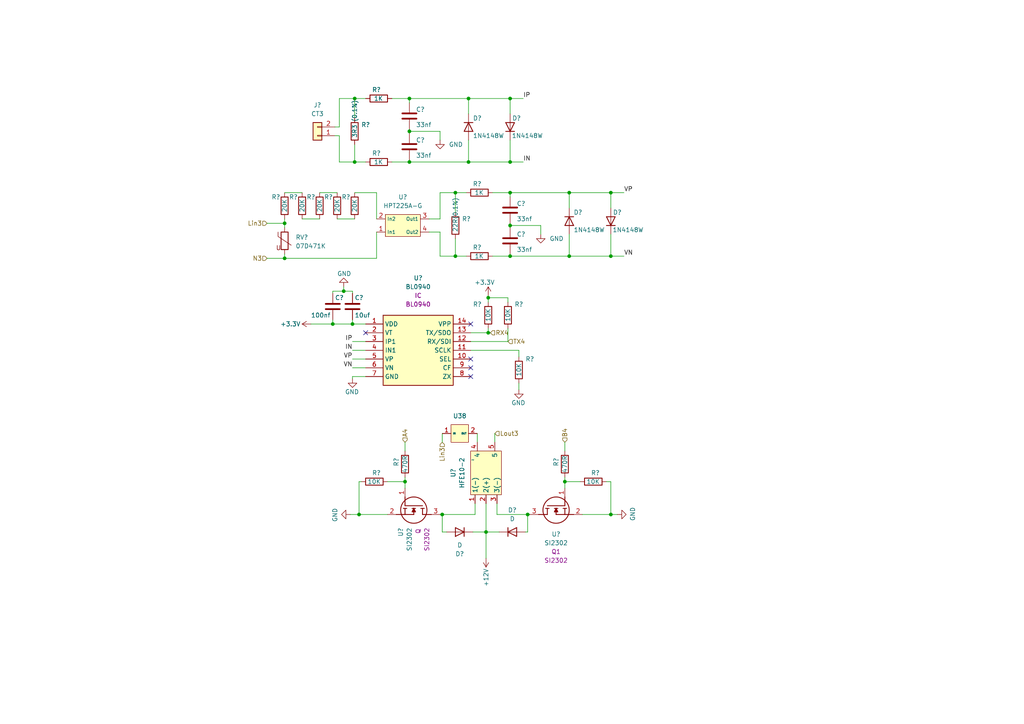
<source format=kicad_sch>
(kicad_sch (version 20231120) (generator "eeschema") (generator_version "8.0")
  (paper "A4")
  (lib_symbols
    (symbol "BL0940:BL0940"
      (property "Value" "BL0940" (at 0 0 0))
      (property "Reference_1" "IC" (at 26.67 7.62 0))
      (property "Value_1" "BL0940" (at 26.67 5.08 0))
      (symbol "BL0940_1_1"
        (rectangle (start 5.08 2.54) (end 25.4 -17.78) (stroke (width 0.254)) (fill (type background)))
        (pin passive line (at 0 0 0) (length 5.08) (name "VDD") (number "1"))
        (pin passive line (at 30.48 -10.16 180) (length 5.08) (name "SEL") (number "10"))
        (pin passive line (at 30.48 -7.62 180) (length 5.08) (name "SCLK") (number "11"))
        (pin passive line (at 30.48 -5.08 180) (length 5.08) (name "RX/SDI") (number "12"))
        (pin passive line (at 30.48 -2.54 180) (length 5.08) (name "TX/SDO") (number "13"))
        (pin passive line (at 30.48 0 180) (length 5.08) (name "VPP") (number "14"))
        (pin passive line (at 0 -2.54 0) (length 5.08) (name "VT") (number "2"))
        (pin passive line (at 0 -5.08 0) (length 5.08) (name "IP1") (number "3"))
        (pin passive line (at 0 -7.62 0) (length 5.08) (name "IN1") (number "4"))
        (pin passive line (at 0 -10.16 0) (length 5.08) (name "VP") (number "5"))
        (pin passive line (at 0 -12.7 0) (length 5.08) (name "VN") (number "6"))
        (pin passive line (at 0 -15.24 0) (length 5.08) (name "GND") (number "7"))
        (pin passive line (at 30.48 -15.24 180) (length 5.08) (name "ZX") (number "8"))
        (pin passive line (at 30.48 -12.7 180) (length 5.08) (name "CF") (number "9"))
      )
    )
    (symbol "Connector_Generic:Conn_01x02" (pin_names (offset 1.016) hide)
      (property "Reference" "J" (at 0 2.54 0))
      (property "Value" "Conn_01x02" (at 0 -5.08 0))
      (symbol "Conn_01x02_1_1"
        (rectangle (start -1.27 -2.413) (end 0 -2.667) (stroke (width 0.1524)))
        (rectangle (start -1.27 0.127) (end 0 -0.127) (stroke (width 0.1524)))
        (rectangle (start -1.27 1.27) (end 1.27 -3.81) (stroke (width 0.254)) (fill (type background)))
        (pin passive line (at -5.08 0 0) (length 3.81) (name "Pin_1") (number "1"))
        (pin passive line (at -5.08 -2.54 0) (length 3.81) (name "Pin_2") (number "2"))
      )
    )
    (symbol "Device:C" (pin_numbers hide) (pin_names (offset 0.254))
      (property "Reference" "C" (at 0.635 2.54 0))
      (property "Value" "C" (at 0.635 -2.54 0))
      (symbol "C_0_1"
        (polyline (pts (xy -2.032 -0.762) (xy 2.032 -0.762)) (stroke (width 0.508)))
        (polyline (pts (xy -2.032 0.762) (xy 2.032 0.762)) (stroke (width 0.508)))
      )
      (symbol "C_1_1"
        (pin passive line (at 0 3.81 270) (length 2.794) (name "~") (number "1"))
        (pin passive line (at 0 -3.81 90) (length 2.794) (name "~") (number "2"))
      )
    )
    (symbol "Device:D" (pin_numbers hide) (pin_names (offset 1.016) hide)
      (property "Reference" "D" (at 0 2.54 0))
      (property "Value" "D" (at 0 -2.54 0))
      (symbol "D_0_1"
        (polyline (pts (xy -1.27 1.27) (xy -1.27 -1.27)) (stroke (width 0.254)))
        (polyline (pts (xy 1.27 0) (xy -1.27 0)))
        (polyline (pts (xy 1.27 1.27) (xy 1.27 -1.27) (xy -1.27 0) (xy 1.27 1.27)) (stroke (width 0.254)))
      )
      (symbol "D_1_1"
        (pin passive line (at -3.81 0 0) (length 2.54) (name "K") (number "1"))
        (pin passive line (at 3.81 0 180) (length 2.54) (name "A") (number "2"))
      )
    )
    (symbol "Device:R" (pin_numbers hide) (pin_names (offset 0))
      (property "Reference" "R" (at 2.032 0 90))
      (property "Value" "R" (at 0 0 90))
      (symbol "R_0_1"
        (rectangle (start -1.016 -2.54) (end 1.016 2.54) (stroke (width 0.254)))
      )
      (symbol "R_1_1"
        (pin passive line (at 0 3.81 270) (length 1.27) (name "~") (number "1"))
        (pin passive line (at 0 -3.81 90) (length 1.27) (name "~") (number "2"))
      )
    )
    (symbol "Device:Varistor" (pin_numbers hide) (pin_names (offset 0))
      (property "Reference" "RV" (at 3.175 0 90))
      (property "Value" "Varistor" (at -3.175 0 90))
      (symbol "Varistor_0_0"
        (text "U" (at -1.778 -2.032 0) (effects (font (size 1.27 1.27))))
      )
      (symbol "Varistor_0_1"
        (rectangle (start -1.016 -2.54) (end 1.016 2.54) (stroke (width 0.254)))
        (polyline (pts (xy -1.905 2.54) (xy -1.905 1.27) (xy 1.905 -1.27)))
      )
      (symbol "Varistor_1_1"
        (pin passive line (at 0 3.81 270) (length 1.27) (name "~") (number "1"))
        (pin passive line (at 0 -3.81 90) (length 1.27) (name "~") (number "2"))
      )
    )
    (symbol "HFE10-2:HFE10-2"
      (property "Reference" "U" (at 0 0 0))
      (property "Value" "HFE10-2" (at 0 -2.54 0))
      (symbol "HFE10-2_0_1"
        (rectangle (start -6.35 11.43) (end 6.35 2.54) (fill (type background)))
      )
      (symbol "HFE10-2_1_1"
        (pin input line (at -8.89 10.16 0) (length 2.54) (name "1(-)") (number "1"))
        (pin input line (at -8.89 6.985 0) (length 2.54) (name "2(+)") (number "2"))
        (pin input line (at -8.89 3.81 0) (length 2.54) (name "3(-)") (number "3"))
        (pin output line (at 8.89 9.525 180) (length 2.54) (name "4") (number "4"))
        (pin output line (at 8.89 4.445 180) (length 2.54) (name "5") (number "5"))
      )
    )
    (symbol "HPT225A-G:HPT225A-G"
      (property "Reference" "U?" (at 0 -5.08 0))
      (property "Value" "HPT225A-G" (at 0 -2.54 0))
      (symbol "HPT225A-G_0_1"
        (rectangle (start -5.08 6.35) (end 5.08 0) (fill (type background)))
      )
      (symbol "HPT225A-G_1_1"
        (pin bidirectional line (at -7.62 1.27 0) (length 2.54) (name "In1") (number "1"))
        (pin bidirectional line (at -7.62 5.08 0) (length 2.54) (name "In2") (number "2"))
        (pin bidirectional line (at 7.62 5.08 180) (length 2.54) (name "Out1") (number "3"))
        (pin bidirectional line (at 7.62 1.27 180) (length 2.54) (name "Out2") (number "4"))
      )
    )
    (symbol "SI2302:SI2302" (pin_names hide)
      (property "Value" "SI2302" (at 0 0 0))
      (property "Reference_1" "Q" (at 11.43 3.81 0))
      (property "Value_1" "SI2302" (at 11.43 1.27 0))
      (symbol "SI2302_1_1"
        (polyline (pts (xy 2.54 0) (xy 5.08 0)) (stroke (width 0.254)))
        (polyline (pts (xy 5.08 5.08) (xy 5.08 0)) (stroke (width 0.254)))
        (polyline (pts (xy 5.842 -0.508) (xy 5.842 0.508)) (stroke (width 0.254)))
        (polyline (pts (xy 5.842 0) (xy 7.62 0)) (stroke (width 0.254)))
        (polyline (pts (xy 5.842 2.032) (xy 5.842 3.048)) (stroke (width 0.254)))
        (polyline (pts (xy 5.842 5.588) (xy 5.842 4.572)) (stroke (width 0.254)))
        (polyline (pts (xy 7.62 2.54) (xy 5.842 2.54)) (stroke (width 0.254)))
        (polyline (pts (xy 7.62 2.54) (xy 7.62 -2.54)) (stroke (width 0.254)))
        (polyline (pts (xy 7.62 5.08) (xy 5.842 5.08)) (stroke (width 0.254)))
        (polyline (pts (xy 7.62 5.08) (xy 7.62 7.62)) (stroke (width 0.254)))
        (polyline (pts (xy 5.842 2.54) (xy 6.858 3.048) (xy 6.858 2.032) (xy 5.842 2.54)) (stroke (width 0.254)) (fill (type outline)))
        (circle (center 6.35 2.54) (radius 3.81) (stroke (width 0.254)))
        (pin passive line (at 0 0 0) (length 2.54) (name "G") (number "1"))
        (pin passive line (at 7.62 -5.08 90) (length 2.54) (name "S") (number "2"))
        (pin passive line (at 7.62 10.16 270) (length 2.54) (name "D") (number "3"))
      )
    )
    (symbol "ZHT102W-TM:ZHT102W-TM"
      (property "Reference" "U?" (at 0 -2.54 0))
      (symbol "ZHT102W-TM_1_1"
        (rectangle (start -2.54 5.08) (end 2.54 0) (fill (type background)))
        (pin input line (at -5.08 2.54 0) (length 2.54) (name "IN") (number "1"))
        (pin output line (at 5.08 2.54 180) (length 2.54) (name "OUT") (number "2"))
      )
    )
    (symbol "power:+12V" (power) (pin_names (offset 0))
      (property "Value" "+12V" (at 0 3.556 0))
      (symbol "+12V_0_1"
        (polyline (pts (xy -0.762 1.27) (xy 0 2.54)))
        (polyline (pts (xy 0 0) (xy 0 2.54)))
        (polyline (pts (xy 0 2.54) (xy 0.762 1.27)))
      )
      (symbol "+12V_1_1"
        (pin power_in line (at 0 0 90) (length 0) hide (name "+12V") (number "1"))
      )
    )
    (symbol "power:+3.3V" (power) (pin_names (offset 0))
      (property "Value" "+3.3V" (at 0 3.556 0))
      (symbol "+3.3V_0_1"
        (polyline (pts (xy -0.762 1.27) (xy 0 2.54)))
        (polyline (pts (xy 0 0) (xy 0 2.54)))
        (polyline (pts (xy 0 2.54) (xy 0.762 1.27)))
      )
      (symbol "+3.3V_1_1"
        (pin power_in line (at 0 0 90) (length 0) hide (name "+3.3V") (number "1"))
      )
    )
    (symbol "power:GND" (power) (pin_names (offset 0))
      (property "Value" "GND" (at 0 -3.81 0))
      (symbol "GND_0_1"
        (polyline (pts (xy 0 0) (xy 0 -1.27) (xy 1.27 -1.27) (xy 0 -2.54) (xy -1.27 -1.27) (xy 0 -1.27)))
      )
      (symbol "GND_1_1"
        (pin power_in line (at 0 0 270) (length 0) hide (name "GND") (number "1"))
      )
    )
  )
  (junction (at 153.035 149.225))
  (junction (at 163.83 139.7))
  (junction (at 135.89 28.575))
  (junction (at 82.55 74.93))
  (junction (at 135.89 46.99))
  (junction (at 132.08 74.295))
  (junction (at 147.955 28.575))
  (junction (at 140.97 154.305))
  (junction (at 177.165 74.295))
  (junction (at 96.52 93.98))
  (junction (at 104.14 149.225))
  (junction (at 141.605 86.36))
  (junction (at 147.955 74.295))
  (junction (at 132.08 55.88))
  (junction (at 147.955 46.99))
  (junction (at 165.1 74.295))
  (junction (at 128.27 149.225))
  (junction (at 102.87 28.575))
  (junction (at 165.1 55.88))
  (junction (at 102.235 93.98))
  (junction (at 117.475 139.7))
  (junction (at 147.955 65.405))
  (junction (at 82.55 64.77))
  (junction (at 99.695 84.455))
  (junction (at 177.165 55.88))
  (junction (at 177.165 149.225))
  (junction (at 141.605 96.52))
  (junction (at 147.955 55.88))
  (junction (at 118.745 38.1))
  (junction (at 102.87 46.99))
  (junction (at 118.745 28.575))
  (junction (at 118.745 46.99))
  (no_connect (at 136.525 109.22))
  (no_connect (at 106.045 96.52))
  (no_connect (at 136.525 106.68))
  (no_connect (at 136.525 93.98))
  (no_connect (at 136.525 104.14))
  (wire (pts (xy 127.635 40.64) (xy 127.635 38.1)))
  (wire (pts (xy 109.22 67.31) (xy 109.22 74.93)))
  (wire (pts (xy 102.235 104.14) (xy 106.045 104.14)))
  (wire (pts (xy 96.52 93.98) (xy 102.235 93.98)))
  (wire (pts (xy 143.51 125.73) (xy 143.51 128.27)))
  (wire (pts (xy 142.875 55.88) (xy 147.955 55.88)))
  (wire (pts (xy 129.54 154.305) (xy 128.27 154.305)))
  (wire (pts (xy 102.235 101.6) (xy 106.045 101.6)))
  (wire (pts (xy 140.97 161.925) (xy 140.97 154.305)))
  (wire (pts (xy 118.745 46.99) (xy 118.745 46.355)))
  (wire (pts (xy 102.87 41.91) (xy 102.87 46.99)))
  (wire (pts (xy 136.525 101.6) (xy 150.495 101.6)))
  (wire (pts (xy 141.605 85.725) (xy 141.605 86.36)))
  (wire (pts (xy 96.52 85.09) (xy 96.52 84.455)))
  (wire (pts (xy 128.27 125.73) (xy 128.27 128.27)))
  (wire (pts (xy 147.955 65.405) (xy 147.955 66.04)))
  (wire (pts (xy 147.955 64.77) (xy 147.955 65.405)))
  (wire (pts (xy 97.155 39.37) (xy 98.425 39.37)))
  (wire (pts (xy 104.14 139.7) (xy 104.14 149.225)))
  (wire (pts (xy 177.165 139.7) (xy 177.165 149.225)))
  (wire (pts (xy 135.89 28.575) (xy 118.745 28.575)))
  (wire (pts (xy 102.87 28.575) (xy 102.87 34.29)))
  (wire (pts (xy 140.97 154.305) (xy 144.78 154.305)))
  (wire (pts (xy 135.89 33.02) (xy 135.89 28.575)))
  (wire (pts (xy 137.795 149.225) (xy 137.795 146.05)))
  (wire (pts (xy 102.235 92.71) (xy 102.235 93.98)))
  (wire (pts (xy 102.235 99.06) (xy 106.045 99.06)))
  (wire (pts (xy 113.665 46.99) (xy 118.745 46.99)))
  (wire (pts (xy 147.955 46.99) (xy 135.89 46.99)))
  (wire (pts (xy 147.32 99.06) (xy 147.32 95.25)))
  (wire (pts (xy 137.16 154.305) (xy 140.97 154.305)))
  (wire (pts (xy 150.495 101.6) (xy 150.495 103.505)))
  (wire (pts (xy 147.32 86.36) (xy 141.605 86.36)))
  (wire (pts (xy 177.165 60.325) (xy 177.165 55.88)))
  (wire (pts (xy 147.32 87.63) (xy 147.32 86.36)))
  (wire (pts (xy 156.845 67.945) (xy 156.845 65.405)))
  (wire (pts (xy 87.63 63.5) (xy 92.71 63.5)))
  (wire (pts (xy 153.035 149.225) (xy 153.67 149.225)))
  (wire (pts (xy 101.6 149.225) (xy 104.14 149.225)))
  (wire (pts (xy 98.425 28.575) (xy 98.425 36.83)))
  (wire (pts (xy 141.605 86.36) (xy 141.605 87.63)))
  (wire (pts (xy 156.845 65.405) (xy 147.955 65.405)))
  (wire (pts (xy 127.635 38.1) (xy 118.745 38.1)))
  (wire (pts (xy 165.1 55.88) (xy 147.955 55.88)))
  (wire (pts (xy 96.52 84.455) (xy 99.695 84.455)))
  (wire (pts (xy 127.635 74.295) (xy 132.08 74.295)))
  (wire (pts (xy 136.525 99.06) (xy 147.32 99.06)))
  (wire (pts (xy 138.43 125.73) (xy 138.43 128.27)))
  (wire (pts (xy 102.235 85.09) (xy 102.235 84.455)))
  (wire (pts (xy 117.475 139.7) (xy 117.475 141.605)))
  (wire (pts (xy 113.665 28.575) (xy 118.745 28.575)))
  (wire (pts (xy 153.035 154.305) (xy 153.035 149.225)))
  (wire (pts (xy 117.475 128.27) (xy 117.475 130.81)))
  (wire (pts (xy 177.165 55.88) (xy 180.975 55.88)))
  (wire (pts (xy 175.895 139.7) (xy 177.165 139.7)))
  (wire (pts (xy 177.165 55.88) (xy 165.1 55.88)))
  (wire (pts (xy 135.89 40.64) (xy 135.89 46.99)))
  (wire (pts (xy 77.47 64.77) (xy 82.55 64.77)))
  (wire (pts (xy 177.165 67.945) (xy 177.165 74.295)))
  (wire (pts (xy 124.46 67.31) (xy 127.635 67.31)))
  (wire (pts (xy 98.425 46.99) (xy 102.87 46.99)))
  (wire (pts (xy 177.165 149.225) (xy 179.07 149.225)))
  (wire (pts (xy 144.145 149.225) (xy 153.035 149.225)))
  (wire (pts (xy 132.08 55.88) (xy 132.08 61.595)))
  (wire (pts (xy 147.955 28.575) (xy 135.89 28.575)))
  (wire (pts (xy 132.08 69.215) (xy 132.08 74.295)))
  (wire (pts (xy 127.635 63.5) (xy 127.635 55.88)))
  (wire (pts (xy 141.605 96.52) (xy 142.24 96.52)))
  (wire (pts (xy 141.605 96.52) (xy 141.605 95.25)))
  (wire (pts (xy 177.165 74.295) (xy 165.1 74.295)))
  (wire (pts (xy 109.22 55.88) (xy 109.22 63.5)))
  (wire (pts (xy 136.525 96.52) (xy 141.605 96.52)))
  (wire (pts (xy 165.1 67.945) (xy 165.1 74.295)))
  (wire (pts (xy 132.08 55.88) (xy 135.255 55.88)))
  (wire (pts (xy 177.165 74.295) (xy 180.975 74.295)))
  (wire (pts (xy 97.155 36.83) (xy 98.425 36.83)))
  (wire (pts (xy 147.955 46.99) (xy 151.765 46.99)))
  (wire (pts (xy 82.55 55.88) (xy 87.63 55.88)))
  (wire (pts (xy 168.91 149.225) (xy 177.165 149.225)))
  (wire (pts (xy 147.955 55.88) (xy 147.955 57.15)))
  (wire (pts (xy 82.55 63.5) (xy 82.55 64.77)))
  (wire (pts (xy 124.46 63.5) (xy 127.635 63.5)))
  (wire (pts (xy 112.395 139.7) (xy 117.475 139.7)))
  (wire (pts (xy 109.22 74.93) (xy 82.55 74.93)))
  (wire (pts (xy 102.235 109.22) (xy 102.235 109.855)))
  (wire (pts (xy 127.635 55.88) (xy 132.08 55.88)))
  (wire (pts (xy 142.875 74.295) (xy 147.955 74.295)))
  (wire (pts (xy 118.745 28.575) (xy 118.745 29.845)))
  (wire (pts (xy 104.14 149.225) (xy 112.395 149.225)))
  (wire (pts (xy 152.4 154.305) (xy 153.035 154.305)))
  (wire (pts (xy 96.52 92.71) (xy 96.52 93.98)))
  (wire (pts (xy 132.08 74.295) (xy 135.255 74.295)))
  (wire (pts (xy 102.235 84.455) (xy 99.695 84.455)))
  (wire (pts (xy 127.635 67.31) (xy 127.635 74.295)))
  (wire (pts (xy 165.1 74.295) (xy 147.955 74.295)))
  (wire (pts (xy 128.27 154.305) (xy 128.27 149.225)))
  (wire (pts (xy 118.745 38.1) (xy 118.745 38.735)))
  (wire (pts (xy 82.55 64.77) (xy 82.55 66.04)))
  (wire (pts (xy 150.495 111.125) (xy 150.495 113.03)))
  (wire (pts (xy 144.145 146.05) (xy 144.145 149.225)))
  (wire (pts (xy 102.87 28.575) (xy 106.045 28.575)))
  (wire (pts (xy 98.425 28.575) (xy 102.87 28.575)))
  (wire (pts (xy 140.97 154.305) (xy 140.97 146.05)))
  (wire (pts (xy 128.27 149.225) (xy 137.795 149.225)))
  (wire (pts (xy 147.955 28.575) (xy 151.765 28.575)))
  (wire (pts (xy 102.235 93.98) (xy 106.045 93.98)))
  (wire (pts (xy 90.17 93.98) (xy 96.52 93.98)))
  (wire (pts (xy 99.695 84.455) (xy 99.695 83.185)))
  (wire (pts (xy 97.79 63.5) (xy 102.87 63.5)))
  (wire (pts (xy 92.71 55.88) (xy 97.79 55.88)))
  (wire (pts (xy 165.1 60.325) (xy 165.1 55.88)))
  (wire (pts (xy 147.955 33.02) (xy 147.955 28.575)))
  (wire (pts (xy 163.83 128.27) (xy 163.83 130.81)))
  (wire (pts (xy 106.045 109.22) (xy 102.235 109.22)))
  (wire (pts (xy 104.775 139.7) (xy 104.14 139.7)))
  (wire (pts (xy 147.955 74.295) (xy 147.955 73.66)))
  (wire (pts (xy 82.55 74.93) (xy 82.55 73.66)))
  (wire (pts (xy 77.47 74.93) (xy 82.55 74.93)))
  (wire (pts (xy 127.635 149.225) (xy 128.27 149.225)))
  (wire (pts (xy 117.475 138.43) (xy 117.475 139.7)))
  (wire (pts (xy 163.83 138.43) (xy 163.83 139.7)))
  (wire (pts (xy 102.87 46.99) (xy 106.045 46.99)))
  (wire (pts (xy 98.425 39.37) (xy 98.425 46.99)))
  (wire (pts (xy 147.955 40.64) (xy 147.955 46.99)))
  (wire (pts (xy 118.745 37.465) (xy 118.745 38.1)))
  (wire (pts (xy 102.87 55.88) (xy 109.22 55.88)))
  (wire (pts (xy 163.83 139.7) (xy 163.83 141.605)))
  (wire (pts (xy 163.83 139.7) (xy 168.275 139.7)))
  (wire (pts (xy 135.89 46.99) (xy 118.745 46.99)))
  (wire (pts (xy 102.235 106.68) (xy 106.045 106.68)))
  (label "IN" (at 102.235 101.6 180))
  (label "VN" (at 180.975 74.295 0))
  (label "VP" (at 180.975 55.88 0))
  (label "IN" (at 151.765 46.99 0))
  (label "VP" (at 102.235 104.14 180))
  (label "VN" (at 102.235 106.68 180))
  (label "IP" (at 151.765 28.575 0))
  (label "IP" (at 102.235 99.06 180))
  (hierarchical_label "B4" (shape input) (at 163.83 128.27 90))
  (hierarchical_label "RX4" (shape input) (at 142.24 96.52 0))
  (hierarchical_label "N3" (shape input) (at 77.47 74.93 180))
  (hierarchical_label "A4" (shape input) (at 117.475 128.27 90))
  (hierarchical_label "TX4" (shape input) (at 147.32 99.06 0))
  (hierarchical_label "Lin3" (shape input) (at 77.47 64.77 180))
  (hierarchical_label "Lin3" (shape input) (at 128.27 128.27 270))
  (hierarchical_label "Lout3" (shape input) (at 143.51 125.73 0))
  (symbol (lib_id "HPT225A-G:HPT225A-G") (at 116.84 68.58 0) (unit 1)
    (property "Reference" "U?" (at 116.84 57.15 0))
    (property "Value" "HPT225A-G" (at 116.84 59.69 0))
    (property "Footprint" "kicad libraries:HPT225A-G" (effects (hide yes)))
    (instances (project "Smart CB" (path "" (reference "U?") (unit 1))) (project "Smart CB STM32 PCB" (path "" (reference "U19") (unit 1))))
  )
  (symbol (lib_id "power:+3.3V") (at 141.605 85.725 0) (unit 1)
    (property "Reference" "#PWR?" (effects (hide yes)))
    (property "Value" "+3.3V" (at 143.51 81.915 0) (effects (justify right)))
    (instances (project "Smart CB" (path "" (reference "#PWR?") (unit 1))) (project "Smart CB STM32 PCB" (path "" (reference "#PWR088") (unit 1))))
  )
  (symbol (lib_id "BL0940:BL0940") (at 106.045 93.98 0) (unit 1)
    (property "Reference" "U?" (at 121.285 80.645 0))
    (property "Value" "BL0940" (at 121.285 83.185 0))
    (property "Footprint" "BL0940:BL0940" (effects (hide yes)))
    (property "Reference_1" "IC" (at 121.285 85.725 0))
    (property "Value_1" "BL0940" (at 121.285 88.265 0))
    (property "Footprint_1" "SOP65P640X120-14N" (effects (hide yes)))
    (property "Datasheet_1" "https://datasheet.lcsc.com/szlcsc/2006282023_BL-Shanghai-Belling-BL0940_C691894.pdf" (effects (hide yes)))
    (property "Height" "1.2" (effects (hide yes)))
    (property "Manufacturer_Name" "SHANGHAI BELLING" (effects (hide yes)))
    (property "Manufacturer_Part_Number" "BL0940" (effects (hide yes)))
    (instances (project "Smart CB" (path "" (reference "U?") (unit 1))) (project "Smart CB STM32 PCB" (path "" (reference "U18") (unit 1))))
  )
  (symbol (lib_id "Device:C") (at 102.235 88.9 0) (unit 1)
    (property "Reference" "C?" (at 102.87 86.36 0) (effects (justify left)))
    (property "Value" "10uf" (at 102.87 91.44 0) (effects (justify left)))
    (property "Footprint" "Capacitor_SMD:C_1206_3216Metric" (effects (hide yes)))
    (instances (project "Smart CB" (path "" (reference "C?") (unit 1))) (project "Smart CB STM32 PCB" (path "" (reference "C36") (unit 1))))
  )
  (symbol (lib_id "power:GND") (at 179.07 149.225 90) (unit 1)
    (property "Reference" "#PWR?" (effects (hide yes)))
    (property "Value" "GND" (at 183.515 151.13 0) (effects (justify left)))
    (instances (project "Smart CB" (path "" (reference "#PWR?") (unit 1))) (project "Smart CB STM32 PCB" (path "" (reference "#PWR091") (unit 1))))
  )
  (symbol (lib_id "power:GND") (at 102.235 109.855 0) (unit 1)
    (property "Reference" "#PWR?" (effects (hide yes)))
    (property "Value" "GND" (at 104.14 113.665 0) (effects (justify right)))
    (instances (project "Smart CB" (path "" (reference "#PWR?") (unit 1))) (project "Smart CB STM32 PCB" (path "" (reference "#PWR085") (unit 1))))
  )
  (symbol (lib_id "Device:R") (at 92.71 59.69 0) (unit 1)
    (property "Reference" "R?" (at 88.9 57.15 0) (effects (justify left)))
    (property "Value" "20K" (at 92.71 61.595 90) (effects (justify left)))
    (property "Footprint" "Resistor_SMD:R_0603_1608Metric" (effects (hide yes)))
    (instances (project "Smart CB" (path "" (reference "R?") (unit 1))) (project "Smart CB STM32 PCB" (path "" (reference "R67") (unit 1))))
  )
  (symbol (lib_id "Device:R") (at 82.55 59.69 0) (unit 1)
    (property "Reference" "R?" (at 78.74 57.15 0) (effects (justify left)))
    (property "Value" "20K" (at 82.55 61.595 90) (effects (justify left)))
    (property "Footprint" "Resistor_SMD:R_0603_1608Metric" (effects (hide yes)))
    (instances (project "Smart CB" (path "" (reference "R?") (unit 1))) (project "Smart CB STM32 PCB" (path "" (reference "R65") (unit 1))))
  )
  (symbol (lib_id "Device:R") (at 108.585 139.7 90) (unit 1)
    (property "Reference" "R?" (at 110.49 137.16 90) (effects (justify left)))
    (property "Value" "10K" (at 110.49 139.7 90) (effects (justify left)))
    (property "Footprint" "Resistor_SMD:R_0603_1608Metric" (effects (hide yes)))
    (instances (project "Smart CB" (path "" (reference "R?") (unit 1))) (project "Smart CB STM32 PCB" (path "" (reference "R71") (unit 1))))
  )
  (symbol (lib_id "Device:R") (at 97.79 59.69 0) (unit 1)
    (property "Reference" "R?" (at 93.98 57.15 0) (effects (justify left)))
    (property "Value" "20K" (at 97.79 61.595 90) (effects (justify left)))
    (property "Footprint" "Resistor_SMD:R_0603_1608Metric" (effects (hide yes)))
    (instances (project "Smart CB" (path "" (reference "R?") (unit 1))) (project "Smart CB STM32 PCB" (path "" (reference "R68") (unit 1))))
  )
  (symbol (lib_id "Device:R") (at 109.855 46.99 90) (unit 1)
    (property "Reference" "R?" (at 110.49 44.45 90) (effects (justify left)))
    (property "Value" "1K" (at 111.125 46.99 90) (effects (justify left)))
    (property "Footprint" "Resistor_SMD:R_0603_1608Metric" (effects (hide yes)))
    (instances (project "Smart CB" (path "" (reference "R?") (unit 1))) (project "Smart CB STM32 PCB" (path "" (reference "R73") (unit 1))))
  )
  (symbol (lib_id "power:GND") (at 156.845 67.945 0) (unit 1)
    (property "Reference" "#PWR?" (effects (hide yes)))
    (property "Value" "GND" (at 159.385 69.2149 0) (effects (justify left)))
    (instances (project "Smart CB" (path "" (reference "#PWR?") (unit 1))) (project "Smart CB STM32 PCB" (path "" (reference "#PWR090") (unit 1))))
  )
  (symbol (lib_id "Device:D") (at 135.89 36.83 270) (unit 1)
    (property "Reference" "D?" (at 137.16 34.29 90) (effects (justify left)))
    (property "Value" "1N4148W" (at 137.16 39.37 90) (effects (justify left)))
    (property "Footprint" "Diode_SMD:D_SOD-323" (effects (hide yes)))
    (instances (project "Smart CB" (path "" (reference "D?") (unit 1))) (project "Smart CB STM32 PCB" (path "" (reference "D24") (unit 1))))
  )
  (symbol (lib_id "ZHT102W-TM:ZHT102W-TM") (at 133.35 128.27 0) (unit 1)
    (property "Reference" "U38" (at 133.35 120.65 0))
    (property "Value" "~" (at 137.16 133.35 0))
    (property "Footprint" "ZHT102W-TM:ZHT102W-TM" (effects (hide yes)))
  )
  (symbol (lib_id "Device:R") (at 141.605 91.44 0) (unit 1)
    (property "Reference" "R?" (at 137.16 88.265 0) (effects (justify left)))
    (property "Value" "10K" (at 141.605 93.345 90) (effects (justify left)))
    (property "Footprint" "Resistor_SMD:R_0603_1608Metric" (effects (hide yes)))
    (instances (project "Smart CB" (path "" (reference "R?") (unit 1))) (project "Smart CB STM32 PCB" (path "" (reference "R78") (unit 1))))
  )
  (symbol (lib_id "Device:R") (at 117.475 134.62 180) (unit 1)
    (property "Reference" "R?" (at 114.935 132.715 90) (effects (justify left)))
    (property "Value" "470R" (at 117.475 132.08 90) (effects (justify left)))
    (property "Footprint" "Resistor_SMD:R_0603_1608Metric" (effects (hide yes)))
    (instances (project "Smart CB" (path "" (reference "R?") (unit 1))) (project "Smart CB STM32 PCB" (path "" (reference "R74") (unit 1))))
  )
  (symbol (lib_id "Device:R") (at 150.495 107.315 0) (unit 1)
    (property "Reference" "R?" (at 152.4 104.14 0) (effects (justify left)))
    (property "Value" "10K" (at 150.495 109.22 90) (effects (justify left)))
    (property "Footprint" "Resistor_SMD:R_0603_1608Metric" (effects (hide yes)))
    (instances (project "Smart CB" (path "" (reference "R?") (unit 1))) (project "Smart CB STM32 PCB" (path "" (reference "R80") (unit 1))))
  )
  (symbol (lib_id "Device:D") (at 165.1 64.135 270) (unit 1)
    (property "Reference" "D?" (at 166.37 61.595 90) (effects (justify left)))
    (property "Value" "1N4148W" (at 166.37 66.675 90) (effects (justify left)))
    (property "Footprint" "Diode_SMD:D_SOD-323" (effects (hide yes)))
    (instances (project "Smart CB" (path "" (reference "D?") (unit 1))) (project "Smart CB STM32 PCB" (path "" (reference "D27") (unit 1))))
  )
  (symbol (lib_id "Device:R") (at 147.32 91.44 0) (unit 1)
    (property "Reference" "R?" (at 149.225 88.265 0) (effects (justify left)))
    (property "Value" "10K" (at 147.32 93.345 90) (effects (justify left)))
    (property "Footprint" "Resistor_SMD:R_0603_1608Metric" (effects (hide yes)))
    (instances (project "Smart CB" (path "" (reference "R?") (unit 1))) (project "Smart CB STM32 PCB" (path "" (reference "R79") (unit 1))))
  )
  (symbol (lib_id "Device:R") (at 109.855 28.575 90) (unit 1)
    (property "Reference" "R?" (at 110.49 26.035 90) (effects (justify left)))
    (property "Value" "1K" (at 111.125 28.575 90) (effects (justify left)))
    (property "Footprint" "Resistor_SMD:R_0603_1608Metric" (effects (hide yes)))
    (instances (project "Smart CB" (path "" (reference "R?") (unit 1))) (project "Smart CB STM32 PCB" (path "" (reference "R72") (unit 1))))
  )
  (symbol (lib_id "Device:D") (at 133.35 154.305 180) (unit 1)
    (property "Reference" "D?" (at 133.35 160.655 0))
    (property "Value" "D" (at 133.35 158.115 0))
    (property "Footprint" "Diode_SMD:D_1206_3216Metric" (effects (hide yes)))
    (instances (project "Smart CB" (path "" (reference "D?") (unit 1))) (project "Smart CB STM32 PCB" (path "" (reference "D23") (unit 1))))
  )
  (symbol (lib_id "Device:C") (at 147.955 69.85 0) (unit 1)
    (property "Reference" "C?" (at 149.86 67.945 0) (effects (justify left)))
    (property "Value" "33nf" (at 149.86 72.39 0) (effects (justify left)))
    (property "Footprint" "Capacitor_SMD:C_0603_1608Metric" (effects (hide yes)))
    (instances (project "Smart CB" (path "" (reference "C?") (unit 1))) (project "Smart CB STM32 PCB" (path "" (reference "C40") (unit 1))))
  )
  (symbol (lib_id "Connector_Generic:Conn_01x02") (at 92.075 39.37 180) (unit 1)
    (property "Reference" "J?" (at 92.075 30.48 0))
    (property "Value" "CT3" (at 92.075 33.02 0))
    (property "Footprint" "Connector_JST:JST_PH_B2B-PH-K_1x02_P2.00mm_Vertical" (effects (hide yes)))
    (instances (project "Smart CB" (path "" (reference "J?") (unit 1))) (project "Smart CB STM32 PCB" (path "" (reference "J21") (unit 1))))
  )
  (symbol (lib_id "Device:R") (at 102.87 59.69 0) (unit 1)
    (property "Reference" "R?" (at 99.06 57.15 0) (effects (justify left)))
    (property "Value" "20K" (at 102.87 61.595 90) (effects (justify left)))
    (property "Footprint" "Resistor_SMD:R_0603_1608Metric" (effects (hide yes)))
    (instances (project "Smart CB" (path "" (reference "R?") (unit 1))) (project "Smart CB STM32 PCB" (path "" (reference "R70") (unit 1))))
  )
  (symbol (lib_id "Device:R") (at 139.065 55.88 90) (unit 1)
    (property "Reference" "R?" (at 139.7 53.34 90) (effects (justify left)))
    (property "Value" "1K" (at 140.335 55.88 90) (effects (justify left)))
    (property "Footprint" "Resistor_SMD:R_0603_1608Metric" (effects (hide yes)))
    (instances (project "Smart CB" (path "" (reference "R?") (unit 1))) (project "Smart CB STM32 PCB" (path "" (reference "R76") (unit 1))))
  )
  (symbol (lib_id "SI2302:SI2302") (at 117.475 141.605 270) (unit 1)
    (property "Reference" "U?" (at 116.2049 153.035 0) (effects (justify left)))
    (property "Value" "SI2302" (at 118.7449 153.035 0) (effects (justify left)))
    (property "Footprint" "SI2302:SI2302" (effects (hide yes)))
    (property "Reference_1" "Q" (at 121.285 153.289 0) (effects (justify left)))
    (property "Value_1" "SI2302" (at 123.8249 153.035 0) (effects (justify left)))
    (property "Footprint_1" "SI2302" (effects (hide yes)))
    (property "Datasheet_1" "https://mouser.componentsearchengine.com/Datasheets/1/SI2302.pdf" (effects (hide yes)))
    (property "Height" "1.005" (effects (hide yes)))
    (property "Manufacturer_Name" "MCC" (effects (hide yes)))
    (property "Manufacturer_Part_Number" "SI2302" (effects (hide yes)))
    (property "Mouser Part Number" "833-SI2302" (effects (hide yes)))
    (property "Mouser Price/Stock" "https://www.mouser.co.uk/ProductDetail/Micro-Commercial-Components-MCC/SI2302?qs=6W4OQKoqJ0s%2FjuQxID9btg%3D%3D" (effects (hide yes)))
    (instances (project "Smart CB" (path "" (reference "U?") (unit 1))) (project "Smart CB STM32 PCB" (path "" (reference "U20") (unit 1))))
  )
  (symbol (lib_id "Device:D") (at 148.59 154.305 0) (unit 1)
    (property "Reference" "D?" (at 148.59 147.955 0))
    (property "Value" "D" (at 148.59 150.495 0))
    (property "Footprint" "Diode_SMD:D_1206_3216Metric" (effects (hide yes)))
    (instances (project "Smart CB" (path "" (reference "D?") (unit 1))) (project "Smart CB STM32 PCB" (path "" (reference "D26") (unit 1))))
  )
  (symbol (lib_id "power:+12V") (at 140.97 161.925 180) (unit 1)
    (property "Reference" "#PWR?" (effects (hide yes)))
    (property "Value" "+12V" (at 140.97 170.18 90) (effects (justify right)))
    (instances (project "Smart CB" (path "" (reference "#PWR?") (unit 1))) (project "Smart CB STM32 PCB" (path "" (reference "#PWR087") (unit 1))))
  )
  (symbol (lib_id "Device:D") (at 147.955 36.83 90) (unit 1)
    (property "Reference" "D?" (at 151.13 34.29 90) (effects (justify left)))
    (property "Value" "1N4148W" (at 157.48 39.37 90) (effects (justify left)))
    (property "Footprint" "Diode_SMD:D_SOD-323" (effects (hide yes)))
    (instances (project "Smart CB" (path "" (reference "D?") (unit 1))) (project "Smart CB STM32 PCB" (path "" (reference "D25") (unit 1))))
  )
  (symbol (lib_id "power:+3.3V") (at 90.17 93.98 90) (unit 1)
    (property "Reference" "#PWR?" (effects (hide yes)))
    (property "Value" "+3.3V" (at 81.28 93.98 90) (effects (justify right)))
    (instances (project "Smart CB" (path "" (reference "#PWR?") (unit 1))) (project "Smart CB STM32 PCB" (path "" (reference "#PWR082") (unit 1))))
  )
  (symbol (lib_id "power:GND") (at 99.695 83.185 180) (unit 1)
    (property "Reference" "#PWR?" (effects (hide yes)))
    (property "Value" "GND" (at 97.79 79.375 0) (effects (justify right)))
    (instances (project "Smart CB" (path "" (reference "#PWR?") (unit 1))) (project "Smart CB STM32 PCB" (path "" (reference "#PWR083") (unit 1))))
  )
  (symbol (lib_id "Device:C") (at 147.955 60.96 0) (unit 1)
    (property "Reference" "C?" (at 149.86 59.055 0) (effects (justify left)))
    (property "Value" "33nf" (at 149.86 63.5 0) (effects (justify left)))
    (property "Footprint" "Capacitor_SMD:C_0603_1608Metric" (effects (hide yes)))
    (instances (project "Smart CB" (path "" (reference "C?") (unit 1))) (project "Smart CB STM32 PCB" (path "" (reference "C39") (unit 1))))
  )
  (symbol (lib_id "Device:C") (at 118.745 33.655 0) (unit 1)
    (property "Reference" "C?" (at 120.65 31.75 0) (effects (justify left)))
    (property "Value" "33nf" (at 120.65 36.195 0) (effects (justify left)))
    (property "Footprint" "Capacitor_SMD:C_0603_1608Metric" (effects (hide yes)))
    (instances (project "Smart CB" (path "" (reference "C?") (unit 1))) (project "Smart CB STM32 PCB" (path "" (reference "C37") (unit 1))))
  )
  (symbol (lib_id "SI2302:SI2302") (at 163.83 141.605 90) (mirror x) (unit 1)
    (property "Reference" "U?" (at 161.29 154.94 90))
    (property "Value" "SI2302" (at 161.29 157.48 90))
    (property "Footprint" "SI2302:SI2302" (effects (hide yes)))
    (property "Reference_1" "Q1" (at 161.29 160.02 90))
    (property "Value_1" "SI2302" (at 161.29 162.56 90))
    (property "Footprint_1" "SI2302" (effects (hide yes)))
    (property "Datasheet_1" "https://mouser.componentsearchengine.com/Datasheets/1/SI2302.pdf" (effects (hide yes)))
    (property "Height" "1.005" (effects (hide yes)))
    (property "Manufacturer_Name" "MCC" (effects (hide yes)))
    (property "Manufacturer_Part_Number" "SI2302" (effects (hide yes)))
    (property "Mouser Part Number" "833-SI2302" (effects (hide yes)))
    (property "Mouser Price/Stock" "https://www.mouser.co.uk/ProductDetail/Micro-Commercial-Components-MCC/SI2302?qs=6W4OQKoqJ0s%2FjuQxID9btg%3D%3D" (effects (hide yes)))
    (instances (project "Smart CB" (path "" (reference "U?") (unit 1))) (project "Smart CB STM32 PCB" (path "" (reference "U22") (unit 1))))
  )
  (symbol (lib_id "power:GND") (at 150.495 113.03 0) (unit 1)
    (property "Reference" "#PWR?" (effects (hide yes)))
    (property "Value" "GND" (at 152.4 116.84 0) (effects (justify right)))
    (instances (project "Smart CB" (path "" (reference "#PWR?") (unit 1))) (project "Smart CB STM32 PCB" (path "" (reference "#PWR089") (unit 1))))
  )
  (symbol (lib_id "Device:R") (at 87.63 59.69 0) (unit 1)
    (property "Reference" "R?" (at 83.82 57.15 0) (effects (justify left)))
    (property "Value" "20K" (at 87.63 61.595 90) (effects (justify left)))
    (property "Footprint" "Resistor_SMD:R_0603_1608Metric" (effects (hide yes)))
    (instances (project "Smart CB" (path "" (reference "R?") (unit 1))) (project "Smart CB STM32 PCB" (path "" (reference "R66") (unit 1))))
  )
  (symbol (lib_id "Device:R") (at 172.085 139.7 90) (unit 1)
    (property "Reference" "R?" (at 173.99 137.16 90) (effects (justify left)))
    (property "Value" "10K" (at 173.99 139.7 90) (effects (justify left)))
    (property "Footprint" "Resistor_SMD:R_0603_1608Metric" (effects (hide yes)))
    (instances (project "Smart CB" (path "" (reference "R?") (unit 1))) (project "Smart CB STM32 PCB" (path "" (reference "R82") (unit 1))))
  )
  (symbol (lib_id "Device:Varistor") (at 82.55 69.85 0) (unit 1)
    (property "Reference" "RV?" (at 85.725 68.8331 0) (effects (justify left)))
    (property "Value" "07D471K" (at 85.725 71.3731 0) (effects (justify left)))
    (property "Footprint" "Varistor:RV_Disc_D7mm_W4.9mm_P5mm" (effects (hide yes)))
    (instances (project "Smart CB" (path "" (reference "RV?") (unit 1))) (project "Smart CB STM32 PCB" (path "" (reference "RV3") (unit 1))))
  )
  (symbol (lib_id "power:GND") (at 127.635 40.64 0) (unit 1)
    (property "Reference" "#PWR?" (effects (hide yes)))
    (property "Value" "GND" (at 130.175 41.9099 0) (effects (justify left)))
    (instances (project "Smart CB" (path "" (reference "#PWR?") (unit 1))) (project "Smart CB STM32 PCB" (path "" (reference "#PWR086") (unit 1))))
  )
  (symbol (lib_id "HFE10-2:HFE10-2") (at 147.955 137.16 90) (unit 1)
    (property "Reference" "U?" (at 131.445 137.16 0))
    (property "Value" "HFE10-2" (at 133.985 137.16 0))
    (property "Footprint" "kicad libraries:HFE10-2" (effects (hide yes)))
    (instances (project "Smart CB" (path "" (reference "U?") (unit 1))) (project "Smart CB STM32 PCB" (path "" (reference "U21") (unit 1))))
  )
  (symbol (lib_id "Device:R") (at 163.83 134.62 180) (unit 1)
    (property "Reference" "R?" (at 161.29 132.715 90) (effects (justify left)))
    (property "Value" "470R" (at 163.83 132.08 90) (effects (justify left)))
    (property "Footprint" "Resistor_SMD:R_0603_1608Metric" (effects (hide yes)))
    (instances (project "Smart CB" (path "" (reference "R?") (unit 1))) (project "Smart CB STM32 PCB" (path "" (reference "R81") (unit 1))))
  )
  (symbol (lib_id "Device:R") (at 132.08 65.405 0) (unit 1)
    (property "Reference" "R?" (at 133.985 63.5 0) (effects (justify left)))
    (property "Value" "22R(0.1%)" (at 132.08 67.31 90) (effects (justify left)))
    (property "Footprint" "Resistor_SMD:R_0603_1608Metric" (effects (hide yes)))
    (instances (project "Smart CB" (path "" (reference "R?") (unit 1))) (project "Smart CB STM32 PCB" (path "" (reference "R75") (unit 1))))
  )
  (symbol (lib_id "Device:C") (at 118.745 42.545 0) (unit 1)
    (property "Reference" "C?" (at 120.65 40.64 0) (effects (justify left)))
    (property "Value" "33nf" (at 120.65 45.085 0) (effects (justify left)))
    (property "Footprint" "Capacitor_SMD:C_0603_1608Metric" (effects (hide yes)))
    (instances (project "Smart CB" (path "" (reference "C?") (unit 1))) (project "Smart CB STM32 PCB" (path "" (reference "C38") (unit 1))))
  )
  (symbol (lib_id "power:GND") (at 101.6 149.225 270) (unit 1)
    (property "Reference" "#PWR?" (effects (hide yes)))
    (property "Value" "GND" (at 97.155 147.32 0) (effects (justify left)))
    (instances (project "Smart CB" (path "" (reference "#PWR?") (unit 1))) (project "Smart CB STM32 PCB" (path "" (reference "#PWR084") (unit 1))))
  )
  (symbol (lib_id "Device:R") (at 139.065 74.295 90) (unit 1)
    (property "Reference" "R?" (at 139.7 71.755 90) (effects (justify left)))
    (property "Value" "1K" (at 140.335 74.295 90) (effects (justify left)))
    (property "Footprint" "Resistor_SMD:R_0603_1608Metric" (effects (hide yes)))
    (instances (project "Smart CB" (path "" (reference "R?") (unit 1))) (project "Smart CB STM32 PCB" (path "" (reference "R77") (unit 1))))
  )
  (symbol (lib_id "Device:C") (at 96.52 88.9 0) (unit 1)
    (property "Reference" "C?" (at 97.155 86.36 0) (effects (justify left)))
    (property "Value" "100nf" (at 90.17 91.44 0) (effects (justify left)))
    (property "Footprint" "Capacitor_SMD:C_0603_1608Metric" (effects (hide yes)))
    (instances (project "Smart CB" (path "" (reference "C?") (unit 1))) (project "Smart CB STM32 PCB" (path "" (reference "C35") (unit 1))))
  )
  (symbol (lib_id "Device:D") (at 177.165 64.135 90) (unit 1)
    (property "Reference" "D?" (at 180.34 61.595 90) (effects (justify left)))
    (property "Value" "1N4148W" (at 186.69 66.675 90) (effects (justify left)))
    (property "Footprint" "Diode_SMD:D_SOD-323" (effects (hide yes)))
    (instances (project "Smart CB" (path "" (reference "D?") (unit 1))) (project "Smart CB STM32 PCB" (path "" (reference "D28") (unit 1))))
  )
  (symbol (lib_id "Device:R") (at 102.87 38.1 0) (unit 1)
    (property "Reference" "R?" (at 104.775 36.195 0) (effects (justify left)))
    (property "Value" "3R3 (0.1%)" (at 102.87 40.005 90) (effects (justify left)))
    (property "Footprint" "Resistor_SMD:R_0603_1608Metric" (effects (hide yes)))
    (instances (project "Smart CB" (path "" (reference "R?") (unit 1))) (project "Smart CB STM32 PCB" (path "" (reference "R69") (unit 1))))
  )
)
</source>
